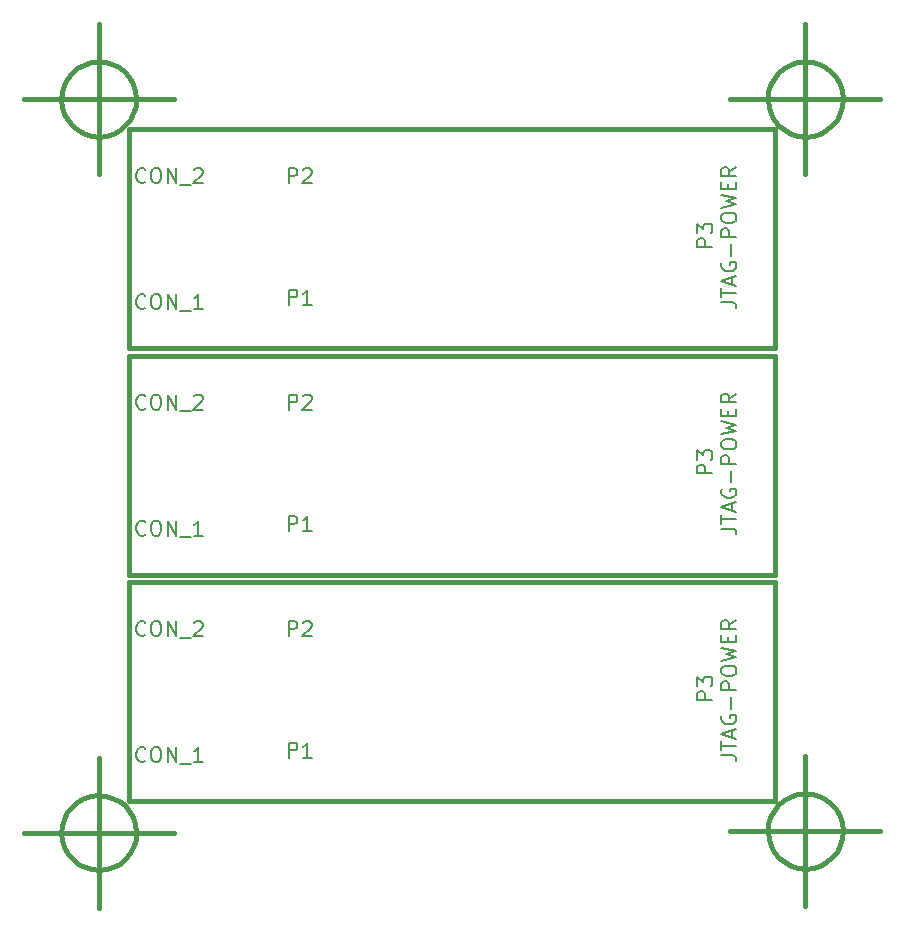
<source format=gbr>
G04 (created by PCBNEW-RS274X (2010-03-14)-final) date dom 30 oct 2011 23:58:25 ART*
G01*
G70*
G90*
%MOIN*%
G04 Gerber Fmt 3.4, Leading zero omitted, Abs format*
%FSLAX34Y34*%
G04 APERTURE LIST*
%ADD10C,0.000000*%
%ADD11C,0.015000*%
%ADD12C,0.005000*%
G04 APERTURE END LIST*
G54D10*
G54D11*
X79150Y-29750D02*
X79126Y-29992D01*
X79055Y-30226D01*
X78941Y-30441D01*
X78786Y-30630D01*
X78598Y-30786D01*
X78384Y-30902D01*
X78151Y-30974D01*
X77908Y-30999D01*
X77666Y-30977D01*
X77432Y-30908D01*
X77216Y-30795D01*
X77026Y-30643D01*
X76869Y-30456D01*
X76752Y-30242D01*
X76678Y-30009D01*
X76651Y-29767D01*
X76671Y-29525D01*
X76738Y-29290D01*
X76850Y-29073D01*
X77001Y-28882D01*
X77187Y-28724D01*
X77400Y-28605D01*
X77632Y-28530D01*
X77874Y-28501D01*
X78117Y-28519D01*
X78352Y-28585D01*
X78569Y-28695D01*
X78762Y-28845D01*
X78921Y-29030D01*
X79041Y-29242D01*
X79118Y-29474D01*
X79149Y-29716D01*
X79150Y-29750D01*
X75400Y-29750D02*
X80400Y-29750D01*
X77900Y-27250D02*
X77900Y-32250D01*
X79150Y-54150D02*
X79126Y-54392D01*
X79055Y-54626D01*
X78941Y-54841D01*
X78786Y-55030D01*
X78598Y-55186D01*
X78384Y-55302D01*
X78151Y-55374D01*
X77908Y-55399D01*
X77666Y-55377D01*
X77432Y-55308D01*
X77216Y-55195D01*
X77026Y-55043D01*
X76869Y-54856D01*
X76752Y-54642D01*
X76678Y-54409D01*
X76651Y-54167D01*
X76671Y-53925D01*
X76738Y-53690D01*
X76850Y-53473D01*
X77001Y-53282D01*
X77187Y-53124D01*
X77400Y-53005D01*
X77632Y-52930D01*
X77874Y-52901D01*
X78117Y-52919D01*
X78352Y-52985D01*
X78569Y-53095D01*
X78762Y-53245D01*
X78921Y-53430D01*
X79041Y-53642D01*
X79118Y-53874D01*
X79149Y-54116D01*
X79150Y-54150D01*
X75400Y-54150D02*
X80400Y-54150D01*
X77900Y-51650D02*
X77900Y-56650D01*
X55600Y-54200D02*
X55576Y-54442D01*
X55505Y-54676D01*
X55391Y-54891D01*
X55236Y-55080D01*
X55048Y-55236D01*
X54834Y-55352D01*
X54601Y-55424D01*
X54358Y-55449D01*
X54116Y-55427D01*
X53882Y-55358D01*
X53666Y-55245D01*
X53476Y-55093D01*
X53319Y-54906D01*
X53202Y-54692D01*
X53128Y-54459D01*
X53101Y-54217D01*
X53121Y-53975D01*
X53188Y-53740D01*
X53300Y-53523D01*
X53451Y-53332D01*
X53637Y-53174D01*
X53850Y-53055D01*
X54082Y-52980D01*
X54324Y-52951D01*
X54567Y-52969D01*
X54802Y-53035D01*
X55019Y-53145D01*
X55212Y-53295D01*
X55371Y-53480D01*
X55491Y-53692D01*
X55568Y-53924D01*
X55599Y-54166D01*
X55600Y-54200D01*
X51850Y-54200D02*
X56850Y-54200D01*
X54350Y-51700D02*
X54350Y-56700D01*
X55600Y-29750D02*
X55576Y-29992D01*
X55505Y-30226D01*
X55391Y-30441D01*
X55236Y-30630D01*
X55048Y-30786D01*
X54834Y-30902D01*
X54601Y-30974D01*
X54358Y-30999D01*
X54116Y-30977D01*
X53882Y-30908D01*
X53666Y-30795D01*
X53476Y-30643D01*
X53319Y-30456D01*
X53202Y-30242D01*
X53128Y-30009D01*
X53101Y-29767D01*
X53121Y-29525D01*
X53188Y-29290D01*
X53300Y-29073D01*
X53451Y-28882D01*
X53637Y-28724D01*
X53850Y-28605D01*
X54082Y-28530D01*
X54324Y-28501D01*
X54567Y-28519D01*
X54802Y-28585D01*
X55019Y-28695D01*
X55212Y-28845D01*
X55371Y-29030D01*
X55491Y-29242D01*
X55568Y-29474D01*
X55599Y-29716D01*
X55600Y-29750D01*
X51850Y-29750D02*
X56850Y-29750D01*
X54350Y-27250D02*
X54350Y-32250D01*
X76900Y-45850D02*
X76900Y-53150D01*
X76900Y-53150D02*
X55350Y-53150D01*
X55350Y-53150D02*
X55350Y-45850D01*
X55350Y-45850D02*
X76900Y-45850D01*
X55350Y-38300D02*
X76900Y-38300D01*
X55350Y-45600D02*
X55350Y-38300D01*
X76900Y-45600D02*
X55350Y-45600D01*
X76900Y-38300D02*
X76900Y-45600D01*
X55350Y-30750D02*
X76900Y-30750D01*
X55350Y-38050D02*
X55350Y-30750D01*
X76900Y-38050D02*
X55350Y-38050D01*
X76900Y-30750D02*
X76900Y-38050D01*
G54D12*
X60681Y-51702D02*
X60681Y-51202D01*
X60872Y-51202D01*
X60919Y-51226D01*
X60943Y-51250D01*
X60967Y-51298D01*
X60967Y-51369D01*
X60943Y-51417D01*
X60919Y-51440D01*
X60872Y-51464D01*
X60681Y-51464D01*
X61443Y-51702D02*
X61157Y-51702D01*
X61300Y-51702D02*
X61300Y-51202D01*
X61252Y-51274D01*
X61205Y-51321D01*
X61157Y-51345D01*
X55903Y-51805D02*
X55879Y-51829D01*
X55808Y-51852D01*
X55760Y-51852D01*
X55688Y-51829D01*
X55641Y-51781D01*
X55617Y-51733D01*
X55593Y-51638D01*
X55593Y-51567D01*
X55617Y-51471D01*
X55641Y-51424D01*
X55688Y-51376D01*
X55760Y-51352D01*
X55808Y-51352D01*
X55879Y-51376D01*
X55903Y-51400D01*
X56212Y-51352D02*
X56308Y-51352D01*
X56355Y-51376D01*
X56403Y-51424D01*
X56427Y-51519D01*
X56427Y-51686D01*
X56403Y-51781D01*
X56355Y-51829D01*
X56308Y-51852D01*
X56212Y-51852D01*
X56165Y-51829D01*
X56117Y-51781D01*
X56093Y-51686D01*
X56093Y-51519D01*
X56117Y-51424D01*
X56165Y-51376D01*
X56212Y-51352D01*
X56641Y-51852D02*
X56641Y-51352D01*
X56927Y-51852D01*
X56927Y-51352D01*
X57046Y-51900D02*
X57427Y-51900D01*
X57808Y-51852D02*
X57522Y-51852D01*
X57665Y-51852D02*
X57665Y-51352D01*
X57617Y-51424D01*
X57570Y-51471D01*
X57522Y-51495D01*
X60681Y-47652D02*
X60681Y-47152D01*
X60872Y-47152D01*
X60919Y-47176D01*
X60943Y-47200D01*
X60967Y-47248D01*
X60967Y-47319D01*
X60943Y-47367D01*
X60919Y-47390D01*
X60872Y-47414D01*
X60681Y-47414D01*
X61157Y-47200D02*
X61181Y-47176D01*
X61229Y-47152D01*
X61348Y-47152D01*
X61395Y-47176D01*
X61419Y-47200D01*
X61443Y-47248D01*
X61443Y-47295D01*
X61419Y-47367D01*
X61133Y-47652D01*
X61443Y-47652D01*
X55903Y-47605D02*
X55879Y-47629D01*
X55808Y-47652D01*
X55760Y-47652D01*
X55688Y-47629D01*
X55641Y-47581D01*
X55617Y-47533D01*
X55593Y-47438D01*
X55593Y-47367D01*
X55617Y-47271D01*
X55641Y-47224D01*
X55688Y-47176D01*
X55760Y-47152D01*
X55808Y-47152D01*
X55879Y-47176D01*
X55903Y-47200D01*
X56212Y-47152D02*
X56308Y-47152D01*
X56355Y-47176D01*
X56403Y-47224D01*
X56427Y-47319D01*
X56427Y-47486D01*
X56403Y-47581D01*
X56355Y-47629D01*
X56308Y-47652D01*
X56212Y-47652D01*
X56165Y-47629D01*
X56117Y-47581D01*
X56093Y-47486D01*
X56093Y-47319D01*
X56117Y-47224D01*
X56165Y-47176D01*
X56212Y-47152D01*
X56641Y-47652D02*
X56641Y-47152D01*
X56927Y-47652D01*
X56927Y-47152D01*
X57046Y-47700D02*
X57427Y-47700D01*
X57522Y-47200D02*
X57546Y-47176D01*
X57594Y-47152D01*
X57713Y-47152D01*
X57760Y-47176D01*
X57784Y-47200D01*
X57808Y-47248D01*
X57808Y-47295D01*
X57784Y-47367D01*
X57498Y-47652D01*
X57808Y-47652D01*
X74802Y-49769D02*
X74302Y-49769D01*
X74302Y-49578D01*
X74326Y-49531D01*
X74350Y-49507D01*
X74398Y-49483D01*
X74469Y-49483D01*
X74517Y-49507D01*
X74540Y-49531D01*
X74564Y-49578D01*
X74564Y-49769D01*
X74302Y-49317D02*
X74302Y-49007D01*
X74493Y-49174D01*
X74493Y-49102D01*
X74517Y-49055D01*
X74540Y-49031D01*
X74588Y-49007D01*
X74707Y-49007D01*
X74755Y-49031D01*
X74779Y-49055D01*
X74802Y-49102D01*
X74802Y-49245D01*
X74779Y-49293D01*
X74755Y-49317D01*
X75102Y-51616D02*
X75460Y-51616D01*
X75531Y-51640D01*
X75579Y-51688D01*
X75602Y-51759D01*
X75602Y-51807D01*
X75102Y-51449D02*
X75102Y-51164D01*
X75602Y-51307D02*
X75102Y-51307D01*
X75460Y-51021D02*
X75460Y-50783D01*
X75602Y-51068D02*
X75102Y-50902D01*
X75602Y-50735D01*
X75126Y-50306D02*
X75102Y-50354D01*
X75102Y-50425D01*
X75126Y-50497D01*
X75174Y-50544D01*
X75221Y-50568D01*
X75317Y-50592D01*
X75388Y-50592D01*
X75483Y-50568D01*
X75531Y-50544D01*
X75579Y-50497D01*
X75602Y-50425D01*
X75602Y-50377D01*
X75579Y-50306D01*
X75555Y-50282D01*
X75388Y-50282D01*
X75388Y-50377D01*
X75412Y-50068D02*
X75412Y-49687D01*
X75602Y-49449D02*
X75102Y-49449D01*
X75102Y-49258D01*
X75126Y-49211D01*
X75150Y-49187D01*
X75198Y-49163D01*
X75269Y-49163D01*
X75317Y-49187D01*
X75340Y-49211D01*
X75364Y-49258D01*
X75364Y-49449D01*
X75102Y-48854D02*
X75102Y-48758D01*
X75126Y-48711D01*
X75174Y-48663D01*
X75269Y-48639D01*
X75436Y-48639D01*
X75531Y-48663D01*
X75579Y-48711D01*
X75602Y-48758D01*
X75602Y-48854D01*
X75579Y-48901D01*
X75531Y-48949D01*
X75436Y-48973D01*
X75269Y-48973D01*
X75174Y-48949D01*
X75126Y-48901D01*
X75102Y-48854D01*
X75102Y-48473D02*
X75602Y-48354D01*
X75245Y-48258D01*
X75602Y-48163D01*
X75102Y-48044D01*
X75340Y-47854D02*
X75340Y-47687D01*
X75602Y-47616D02*
X75602Y-47854D01*
X75102Y-47854D01*
X75102Y-47616D01*
X75602Y-47116D02*
X75364Y-47283D01*
X75602Y-47402D02*
X75102Y-47402D01*
X75102Y-47211D01*
X75126Y-47164D01*
X75150Y-47140D01*
X75198Y-47116D01*
X75269Y-47116D01*
X75317Y-47140D01*
X75340Y-47164D01*
X75364Y-47211D01*
X75364Y-47402D01*
X74802Y-42219D02*
X74302Y-42219D01*
X74302Y-42028D01*
X74326Y-41981D01*
X74350Y-41957D01*
X74398Y-41933D01*
X74469Y-41933D01*
X74517Y-41957D01*
X74540Y-41981D01*
X74564Y-42028D01*
X74564Y-42219D01*
X74302Y-41767D02*
X74302Y-41457D01*
X74493Y-41624D01*
X74493Y-41552D01*
X74517Y-41505D01*
X74540Y-41481D01*
X74588Y-41457D01*
X74707Y-41457D01*
X74755Y-41481D01*
X74779Y-41505D01*
X74802Y-41552D01*
X74802Y-41695D01*
X74779Y-41743D01*
X74755Y-41767D01*
X75102Y-44066D02*
X75460Y-44066D01*
X75531Y-44090D01*
X75579Y-44138D01*
X75602Y-44209D01*
X75602Y-44257D01*
X75102Y-43899D02*
X75102Y-43614D01*
X75602Y-43757D02*
X75102Y-43757D01*
X75460Y-43471D02*
X75460Y-43233D01*
X75602Y-43518D02*
X75102Y-43352D01*
X75602Y-43185D01*
X75126Y-42756D02*
X75102Y-42804D01*
X75102Y-42875D01*
X75126Y-42947D01*
X75174Y-42994D01*
X75221Y-43018D01*
X75317Y-43042D01*
X75388Y-43042D01*
X75483Y-43018D01*
X75531Y-42994D01*
X75579Y-42947D01*
X75602Y-42875D01*
X75602Y-42827D01*
X75579Y-42756D01*
X75555Y-42732D01*
X75388Y-42732D01*
X75388Y-42827D01*
X75412Y-42518D02*
X75412Y-42137D01*
X75602Y-41899D02*
X75102Y-41899D01*
X75102Y-41708D01*
X75126Y-41661D01*
X75150Y-41637D01*
X75198Y-41613D01*
X75269Y-41613D01*
X75317Y-41637D01*
X75340Y-41661D01*
X75364Y-41708D01*
X75364Y-41899D01*
X75102Y-41304D02*
X75102Y-41208D01*
X75126Y-41161D01*
X75174Y-41113D01*
X75269Y-41089D01*
X75436Y-41089D01*
X75531Y-41113D01*
X75579Y-41161D01*
X75602Y-41208D01*
X75602Y-41304D01*
X75579Y-41351D01*
X75531Y-41399D01*
X75436Y-41423D01*
X75269Y-41423D01*
X75174Y-41399D01*
X75126Y-41351D01*
X75102Y-41304D01*
X75102Y-40923D02*
X75602Y-40804D01*
X75245Y-40708D01*
X75602Y-40613D01*
X75102Y-40494D01*
X75340Y-40304D02*
X75340Y-40137D01*
X75602Y-40066D02*
X75602Y-40304D01*
X75102Y-40304D01*
X75102Y-40066D01*
X75602Y-39566D02*
X75364Y-39733D01*
X75602Y-39852D02*
X75102Y-39852D01*
X75102Y-39661D01*
X75126Y-39614D01*
X75150Y-39590D01*
X75198Y-39566D01*
X75269Y-39566D01*
X75317Y-39590D01*
X75340Y-39614D01*
X75364Y-39661D01*
X75364Y-39852D01*
X60681Y-40102D02*
X60681Y-39602D01*
X60872Y-39602D01*
X60919Y-39626D01*
X60943Y-39650D01*
X60967Y-39698D01*
X60967Y-39769D01*
X60943Y-39817D01*
X60919Y-39840D01*
X60872Y-39864D01*
X60681Y-39864D01*
X61157Y-39650D02*
X61181Y-39626D01*
X61229Y-39602D01*
X61348Y-39602D01*
X61395Y-39626D01*
X61419Y-39650D01*
X61443Y-39698D01*
X61443Y-39745D01*
X61419Y-39817D01*
X61133Y-40102D01*
X61443Y-40102D01*
X55903Y-40055D02*
X55879Y-40079D01*
X55808Y-40102D01*
X55760Y-40102D01*
X55688Y-40079D01*
X55641Y-40031D01*
X55617Y-39983D01*
X55593Y-39888D01*
X55593Y-39817D01*
X55617Y-39721D01*
X55641Y-39674D01*
X55688Y-39626D01*
X55760Y-39602D01*
X55808Y-39602D01*
X55879Y-39626D01*
X55903Y-39650D01*
X56212Y-39602D02*
X56308Y-39602D01*
X56355Y-39626D01*
X56403Y-39674D01*
X56427Y-39769D01*
X56427Y-39936D01*
X56403Y-40031D01*
X56355Y-40079D01*
X56308Y-40102D01*
X56212Y-40102D01*
X56165Y-40079D01*
X56117Y-40031D01*
X56093Y-39936D01*
X56093Y-39769D01*
X56117Y-39674D01*
X56165Y-39626D01*
X56212Y-39602D01*
X56641Y-40102D02*
X56641Y-39602D01*
X56927Y-40102D01*
X56927Y-39602D01*
X57046Y-40150D02*
X57427Y-40150D01*
X57522Y-39650D02*
X57546Y-39626D01*
X57594Y-39602D01*
X57713Y-39602D01*
X57760Y-39626D01*
X57784Y-39650D01*
X57808Y-39698D01*
X57808Y-39745D01*
X57784Y-39817D01*
X57498Y-40102D01*
X57808Y-40102D01*
X60681Y-44152D02*
X60681Y-43652D01*
X60872Y-43652D01*
X60919Y-43676D01*
X60943Y-43700D01*
X60967Y-43748D01*
X60967Y-43819D01*
X60943Y-43867D01*
X60919Y-43890D01*
X60872Y-43914D01*
X60681Y-43914D01*
X61443Y-44152D02*
X61157Y-44152D01*
X61300Y-44152D02*
X61300Y-43652D01*
X61252Y-43724D01*
X61205Y-43771D01*
X61157Y-43795D01*
X55903Y-44255D02*
X55879Y-44279D01*
X55808Y-44302D01*
X55760Y-44302D01*
X55688Y-44279D01*
X55641Y-44231D01*
X55617Y-44183D01*
X55593Y-44088D01*
X55593Y-44017D01*
X55617Y-43921D01*
X55641Y-43874D01*
X55688Y-43826D01*
X55760Y-43802D01*
X55808Y-43802D01*
X55879Y-43826D01*
X55903Y-43850D01*
X56212Y-43802D02*
X56308Y-43802D01*
X56355Y-43826D01*
X56403Y-43874D01*
X56427Y-43969D01*
X56427Y-44136D01*
X56403Y-44231D01*
X56355Y-44279D01*
X56308Y-44302D01*
X56212Y-44302D01*
X56165Y-44279D01*
X56117Y-44231D01*
X56093Y-44136D01*
X56093Y-43969D01*
X56117Y-43874D01*
X56165Y-43826D01*
X56212Y-43802D01*
X56641Y-44302D02*
X56641Y-43802D01*
X56927Y-44302D01*
X56927Y-43802D01*
X57046Y-44350D02*
X57427Y-44350D01*
X57808Y-44302D02*
X57522Y-44302D01*
X57665Y-44302D02*
X57665Y-43802D01*
X57617Y-43874D01*
X57570Y-43921D01*
X57522Y-43945D01*
X74802Y-34669D02*
X74302Y-34669D01*
X74302Y-34478D01*
X74326Y-34431D01*
X74350Y-34407D01*
X74398Y-34383D01*
X74469Y-34383D01*
X74517Y-34407D01*
X74540Y-34431D01*
X74564Y-34478D01*
X74564Y-34669D01*
X74302Y-34217D02*
X74302Y-33907D01*
X74493Y-34074D01*
X74493Y-34002D01*
X74517Y-33955D01*
X74540Y-33931D01*
X74588Y-33907D01*
X74707Y-33907D01*
X74755Y-33931D01*
X74779Y-33955D01*
X74802Y-34002D01*
X74802Y-34145D01*
X74779Y-34193D01*
X74755Y-34217D01*
X75102Y-36516D02*
X75460Y-36516D01*
X75531Y-36540D01*
X75579Y-36588D01*
X75602Y-36659D01*
X75602Y-36707D01*
X75102Y-36349D02*
X75102Y-36064D01*
X75602Y-36207D02*
X75102Y-36207D01*
X75460Y-35921D02*
X75460Y-35683D01*
X75602Y-35968D02*
X75102Y-35802D01*
X75602Y-35635D01*
X75126Y-35206D02*
X75102Y-35254D01*
X75102Y-35325D01*
X75126Y-35397D01*
X75174Y-35444D01*
X75221Y-35468D01*
X75317Y-35492D01*
X75388Y-35492D01*
X75483Y-35468D01*
X75531Y-35444D01*
X75579Y-35397D01*
X75602Y-35325D01*
X75602Y-35277D01*
X75579Y-35206D01*
X75555Y-35182D01*
X75388Y-35182D01*
X75388Y-35277D01*
X75412Y-34968D02*
X75412Y-34587D01*
X75602Y-34349D02*
X75102Y-34349D01*
X75102Y-34158D01*
X75126Y-34111D01*
X75150Y-34087D01*
X75198Y-34063D01*
X75269Y-34063D01*
X75317Y-34087D01*
X75340Y-34111D01*
X75364Y-34158D01*
X75364Y-34349D01*
X75102Y-33754D02*
X75102Y-33658D01*
X75126Y-33611D01*
X75174Y-33563D01*
X75269Y-33539D01*
X75436Y-33539D01*
X75531Y-33563D01*
X75579Y-33611D01*
X75602Y-33658D01*
X75602Y-33754D01*
X75579Y-33801D01*
X75531Y-33849D01*
X75436Y-33873D01*
X75269Y-33873D01*
X75174Y-33849D01*
X75126Y-33801D01*
X75102Y-33754D01*
X75102Y-33373D02*
X75602Y-33254D01*
X75245Y-33158D01*
X75602Y-33063D01*
X75102Y-32944D01*
X75340Y-32754D02*
X75340Y-32587D01*
X75602Y-32516D02*
X75602Y-32754D01*
X75102Y-32754D01*
X75102Y-32516D01*
X75602Y-32016D02*
X75364Y-32183D01*
X75602Y-32302D02*
X75102Y-32302D01*
X75102Y-32111D01*
X75126Y-32064D01*
X75150Y-32040D01*
X75198Y-32016D01*
X75269Y-32016D01*
X75317Y-32040D01*
X75340Y-32064D01*
X75364Y-32111D01*
X75364Y-32302D01*
X60681Y-32552D02*
X60681Y-32052D01*
X60872Y-32052D01*
X60919Y-32076D01*
X60943Y-32100D01*
X60967Y-32148D01*
X60967Y-32219D01*
X60943Y-32267D01*
X60919Y-32290D01*
X60872Y-32314D01*
X60681Y-32314D01*
X61157Y-32100D02*
X61181Y-32076D01*
X61229Y-32052D01*
X61348Y-32052D01*
X61395Y-32076D01*
X61419Y-32100D01*
X61443Y-32148D01*
X61443Y-32195D01*
X61419Y-32267D01*
X61133Y-32552D01*
X61443Y-32552D01*
X55903Y-32505D02*
X55879Y-32529D01*
X55808Y-32552D01*
X55760Y-32552D01*
X55688Y-32529D01*
X55641Y-32481D01*
X55617Y-32433D01*
X55593Y-32338D01*
X55593Y-32267D01*
X55617Y-32171D01*
X55641Y-32124D01*
X55688Y-32076D01*
X55760Y-32052D01*
X55808Y-32052D01*
X55879Y-32076D01*
X55903Y-32100D01*
X56212Y-32052D02*
X56308Y-32052D01*
X56355Y-32076D01*
X56403Y-32124D01*
X56427Y-32219D01*
X56427Y-32386D01*
X56403Y-32481D01*
X56355Y-32529D01*
X56308Y-32552D01*
X56212Y-32552D01*
X56165Y-32529D01*
X56117Y-32481D01*
X56093Y-32386D01*
X56093Y-32219D01*
X56117Y-32124D01*
X56165Y-32076D01*
X56212Y-32052D01*
X56641Y-32552D02*
X56641Y-32052D01*
X56927Y-32552D01*
X56927Y-32052D01*
X57046Y-32600D02*
X57427Y-32600D01*
X57522Y-32100D02*
X57546Y-32076D01*
X57594Y-32052D01*
X57713Y-32052D01*
X57760Y-32076D01*
X57784Y-32100D01*
X57808Y-32148D01*
X57808Y-32195D01*
X57784Y-32267D01*
X57498Y-32552D01*
X57808Y-32552D01*
X60681Y-36602D02*
X60681Y-36102D01*
X60872Y-36102D01*
X60919Y-36126D01*
X60943Y-36150D01*
X60967Y-36198D01*
X60967Y-36269D01*
X60943Y-36317D01*
X60919Y-36340D01*
X60872Y-36364D01*
X60681Y-36364D01*
X61443Y-36602D02*
X61157Y-36602D01*
X61300Y-36602D02*
X61300Y-36102D01*
X61252Y-36174D01*
X61205Y-36221D01*
X61157Y-36245D01*
X55903Y-36705D02*
X55879Y-36729D01*
X55808Y-36752D01*
X55760Y-36752D01*
X55688Y-36729D01*
X55641Y-36681D01*
X55617Y-36633D01*
X55593Y-36538D01*
X55593Y-36467D01*
X55617Y-36371D01*
X55641Y-36324D01*
X55688Y-36276D01*
X55760Y-36252D01*
X55808Y-36252D01*
X55879Y-36276D01*
X55903Y-36300D01*
X56212Y-36252D02*
X56308Y-36252D01*
X56355Y-36276D01*
X56403Y-36324D01*
X56427Y-36419D01*
X56427Y-36586D01*
X56403Y-36681D01*
X56355Y-36729D01*
X56308Y-36752D01*
X56212Y-36752D01*
X56165Y-36729D01*
X56117Y-36681D01*
X56093Y-36586D01*
X56093Y-36419D01*
X56117Y-36324D01*
X56165Y-36276D01*
X56212Y-36252D01*
X56641Y-36752D02*
X56641Y-36252D01*
X56927Y-36752D01*
X56927Y-36252D01*
X57046Y-36800D02*
X57427Y-36800D01*
X57808Y-36752D02*
X57522Y-36752D01*
X57665Y-36752D02*
X57665Y-36252D01*
X57617Y-36324D01*
X57570Y-36371D01*
X57522Y-36395D01*
M02*

</source>
